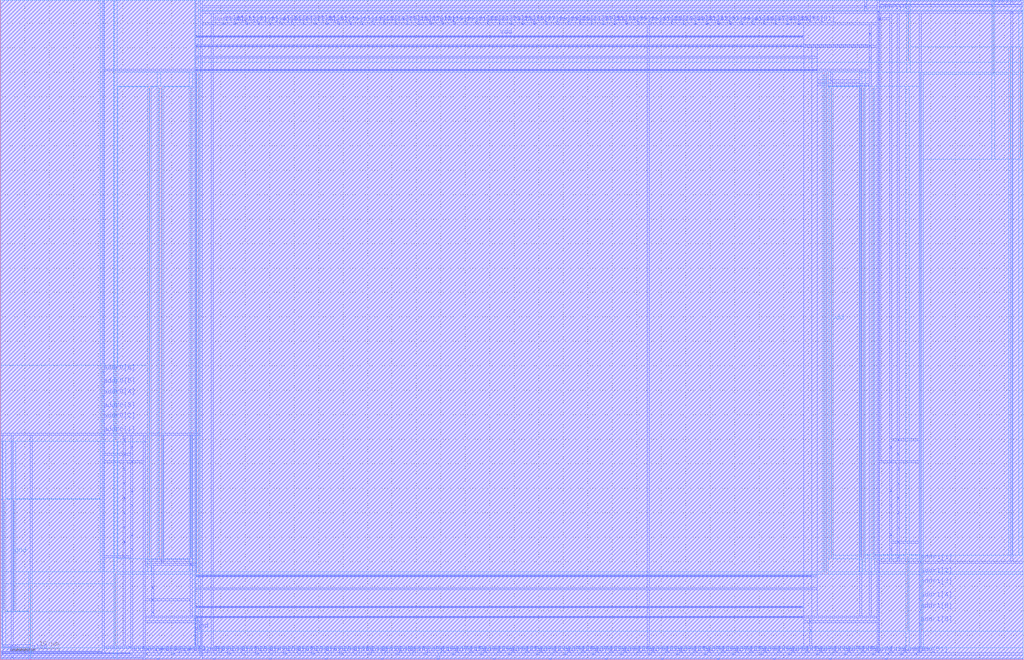
<source format=lef>
VERSION 5.4 ;
NAMESCASESENSITIVE ON ;
BUSBITCHARS "[]" ;
DIVIDERCHAR "/" ;
UNITS
  DATABASE MICRONS 2000 ;
END UNITS
MACRO freepdk45_sram_1w1r_128x52_13
   CLASS BLOCK ;
   SIZE 209.095 BY 134.78 ;
   SYMMETRY X Y R90 ;
   PIN din0[0]
      DIRECTION INPUT ;
      PORT
         LAYER metal3 ;
         RECT  41.015 1.105 41.15 1.24 ;
      END
   END din0[0]
   PIN din0[1]
      DIRECTION INPUT ;
      PORT
         LAYER metal3 ;
         RECT  43.875 1.105 44.01 1.24 ;
      END
   END din0[1]
   PIN din0[2]
      DIRECTION INPUT ;
      PORT
         LAYER metal3 ;
         RECT  46.735 1.105 46.87 1.24 ;
      END
   END din0[2]
   PIN din0[3]
      DIRECTION INPUT ;
      PORT
         LAYER metal3 ;
         RECT  49.595 1.105 49.73 1.24 ;
      END
   END din0[3]
   PIN din0[4]
      DIRECTION INPUT ;
      PORT
         LAYER metal3 ;
         RECT  52.455 1.105 52.59 1.24 ;
      END
   END din0[4]
   PIN din0[5]
      DIRECTION INPUT ;
      PORT
         LAYER metal3 ;
         RECT  55.315 1.105 55.45 1.24 ;
      END
   END din0[5]
   PIN din0[6]
      DIRECTION INPUT ;
      PORT
         LAYER metal3 ;
         RECT  58.175 1.105 58.31 1.24 ;
      END
   END din0[6]
   PIN din0[7]
      DIRECTION INPUT ;
      PORT
         LAYER metal3 ;
         RECT  61.035 1.105 61.17 1.24 ;
      END
   END din0[7]
   PIN din0[8]
      DIRECTION INPUT ;
      PORT
         LAYER metal3 ;
         RECT  63.895 1.105 64.03 1.24 ;
      END
   END din0[8]
   PIN din0[9]
      DIRECTION INPUT ;
      PORT
         LAYER metal3 ;
         RECT  66.755 1.105 66.89 1.24 ;
      END
   END din0[9]
   PIN din0[10]
      DIRECTION INPUT ;
      PORT
         LAYER metal3 ;
         RECT  69.615 1.105 69.75 1.24 ;
      END
   END din0[10]
   PIN din0[11]
      DIRECTION INPUT ;
      PORT
         LAYER metal3 ;
         RECT  72.475 1.105 72.61 1.24 ;
      END
   END din0[11]
   PIN din0[12]
      DIRECTION INPUT ;
      PORT
         LAYER metal3 ;
         RECT  75.335 1.105 75.47 1.24 ;
      END
   END din0[12]
   PIN din0[13]
      DIRECTION INPUT ;
      PORT
         LAYER metal3 ;
         RECT  78.195 1.105 78.33 1.24 ;
      END
   END din0[13]
   PIN din0[14]
      DIRECTION INPUT ;
      PORT
         LAYER metal3 ;
         RECT  81.055 1.105 81.19 1.24 ;
      END
   END din0[14]
   PIN din0[15]
      DIRECTION INPUT ;
      PORT
         LAYER metal3 ;
         RECT  83.915 1.105 84.05 1.24 ;
      END
   END din0[15]
   PIN din0[16]
      DIRECTION INPUT ;
      PORT
         LAYER metal3 ;
         RECT  86.775 1.105 86.91 1.24 ;
      END
   END din0[16]
   PIN din0[17]
      DIRECTION INPUT ;
      PORT
         LAYER metal3 ;
         RECT  89.635 1.105 89.77 1.24 ;
      END
   END din0[17]
   PIN din0[18]
      DIRECTION INPUT ;
      PORT
         LAYER metal3 ;
         RECT  92.495 1.105 92.63 1.24 ;
      END
   END din0[18]
   PIN din0[19]
      DIRECTION INPUT ;
      PORT
         LAYER metal3 ;
         RECT  95.355 1.105 95.49 1.24 ;
      END
   END din0[19]
   PIN din0[20]
      DIRECTION INPUT ;
      PORT
         LAYER metal3 ;
         RECT  98.215 1.105 98.35 1.24 ;
      END
   END din0[20]
   PIN din0[21]
      DIRECTION INPUT ;
      PORT
         LAYER metal3 ;
         RECT  101.075 1.105 101.21 1.24 ;
      END
   END din0[21]
   PIN din0[22]
      DIRECTION INPUT ;
      PORT
         LAYER metal3 ;
         RECT  103.935 1.105 104.07 1.24 ;
      END
   END din0[22]
   PIN din0[23]
      DIRECTION INPUT ;
      PORT
         LAYER metal3 ;
         RECT  106.795 1.105 106.93 1.24 ;
      END
   END din0[23]
   PIN din0[24]
      DIRECTION INPUT ;
      PORT
         LAYER metal3 ;
         RECT  109.655 1.105 109.79 1.24 ;
      END
   END din0[24]
   PIN din0[25]
      DIRECTION INPUT ;
      PORT
         LAYER metal3 ;
         RECT  112.515 1.105 112.65 1.24 ;
      END
   END din0[25]
   PIN din0[26]
      DIRECTION INPUT ;
      PORT
         LAYER metal3 ;
         RECT  115.375 1.105 115.51 1.24 ;
      END
   END din0[26]
   PIN din0[27]
      DIRECTION INPUT ;
      PORT
         LAYER metal3 ;
         RECT  118.235 1.105 118.37 1.24 ;
      END
   END din0[27]
   PIN din0[28]
      DIRECTION INPUT ;
      PORT
         LAYER metal3 ;
         RECT  121.095 1.105 121.23 1.24 ;
      END
   END din0[28]
   PIN din0[29]
      DIRECTION INPUT ;
      PORT
         LAYER metal3 ;
         RECT  123.955 1.105 124.09 1.24 ;
      END
   END din0[29]
   PIN din0[30]
      DIRECTION INPUT ;
      PORT
         LAYER metal3 ;
         RECT  126.815 1.105 126.95 1.24 ;
      END
   END din0[30]
   PIN din0[31]
      DIRECTION INPUT ;
      PORT
         LAYER metal3 ;
         RECT  129.675 1.105 129.81 1.24 ;
      END
   END din0[31]
   PIN din0[32]
      DIRECTION INPUT ;
      PORT
         LAYER metal3 ;
         RECT  132.535 1.105 132.67 1.24 ;
      END
   END din0[32]
   PIN din0[33]
      DIRECTION INPUT ;
      PORT
         LAYER metal3 ;
         RECT  135.395 1.105 135.53 1.24 ;
      END
   END din0[33]
   PIN din0[34]
      DIRECTION INPUT ;
      PORT
         LAYER metal3 ;
         RECT  138.255 1.105 138.39 1.24 ;
      END
   END din0[34]
   PIN din0[35]
      DIRECTION INPUT ;
      PORT
         LAYER metal3 ;
         RECT  141.115 1.105 141.25 1.24 ;
      END
   END din0[35]
   PIN din0[36]
      DIRECTION INPUT ;
      PORT
         LAYER metal3 ;
         RECT  143.975 1.105 144.11 1.24 ;
      END
   END din0[36]
   PIN din0[37]
      DIRECTION INPUT ;
      PORT
         LAYER metal3 ;
         RECT  146.835 1.105 146.97 1.24 ;
      END
   END din0[37]
   PIN din0[38]
      DIRECTION INPUT ;
      PORT
         LAYER metal3 ;
         RECT  149.695 1.105 149.83 1.24 ;
      END
   END din0[38]
   PIN din0[39]
      DIRECTION INPUT ;
      PORT
         LAYER metal3 ;
         RECT  152.555 1.105 152.69 1.24 ;
      END
   END din0[39]
   PIN din0[40]
      DIRECTION INPUT ;
      PORT
         LAYER metal3 ;
         RECT  155.415 1.105 155.55 1.24 ;
      END
   END din0[40]
   PIN din0[41]
      DIRECTION INPUT ;
      PORT
         LAYER metal3 ;
         RECT  158.275 1.105 158.41 1.24 ;
      END
   END din0[41]
   PIN din0[42]
      DIRECTION INPUT ;
      PORT
         LAYER metal3 ;
         RECT  161.135 1.105 161.27 1.24 ;
      END
   END din0[42]
   PIN din0[43]
      DIRECTION INPUT ;
      PORT
         LAYER metal3 ;
         RECT  163.995 1.105 164.13 1.24 ;
      END
   END din0[43]
   PIN din0[44]
      DIRECTION INPUT ;
      PORT
         LAYER metal3 ;
         RECT  166.855 1.105 166.99 1.24 ;
      END
   END din0[44]
   PIN din0[45]
      DIRECTION INPUT ;
      PORT
         LAYER metal3 ;
         RECT  169.715 1.105 169.85 1.24 ;
      END
   END din0[45]
   PIN din0[46]
      DIRECTION INPUT ;
      PORT
         LAYER metal3 ;
         RECT  172.575 1.105 172.71 1.24 ;
      END
   END din0[46]
   PIN din0[47]
      DIRECTION INPUT ;
      PORT
         LAYER metal3 ;
         RECT  175.435 1.105 175.57 1.24 ;
      END
   END din0[47]
   PIN din0[48]
      DIRECTION INPUT ;
      PORT
         LAYER metal3 ;
         RECT  178.295 1.105 178.43 1.24 ;
      END
   END din0[48]
   PIN din0[49]
      DIRECTION INPUT ;
      PORT
         LAYER metal3 ;
         RECT  181.155 1.105 181.29 1.24 ;
      END
   END din0[49]
   PIN din0[50]
      DIRECTION INPUT ;
      PORT
         LAYER metal3 ;
         RECT  184.015 1.105 184.15 1.24 ;
      END
   END din0[50]
   PIN din0[51]
      DIRECTION INPUT ;
      PORT
         LAYER metal3 ;
         RECT  186.875 1.105 187.01 1.24 ;
      END
   END din0[51]
   PIN addr0[0]
      DIRECTION INPUT ;
      PORT
         LAYER metal3 ;
         RECT  26.715 1.105 26.85 1.24 ;
      END
   END addr0[0]
   PIN addr0[1]
      DIRECTION INPUT ;
      PORT
         LAYER metal3 ;
         RECT  20.995 45.9675 21.13 46.1025 ;
      END
   END addr0[1]
   PIN addr0[2]
      DIRECTION INPUT ;
      PORT
         LAYER metal3 ;
         RECT  20.995 48.6975 21.13 48.8325 ;
      END
   END addr0[2]
   PIN addr0[3]
      DIRECTION INPUT ;
      PORT
         LAYER metal3 ;
         RECT  20.995 50.9075 21.13 51.0425 ;
      END
   END addr0[3]
   PIN addr0[4]
      DIRECTION INPUT ;
      PORT
         LAYER metal3 ;
         RECT  20.995 53.6375 21.13 53.7725 ;
      END
   END addr0[4]
   PIN addr0[5]
      DIRECTION INPUT ;
      PORT
         LAYER metal3 ;
         RECT  20.995 55.8475 21.13 55.9825 ;
      END
   END addr0[5]
   PIN addr0[6]
      DIRECTION INPUT ;
      PORT
         LAYER metal3 ;
         RECT  20.995 58.5775 21.13 58.7125 ;
      END
   END addr0[6]
   PIN addr1[0]
      DIRECTION INPUT ;
      PORT
         LAYER metal3 ;
         RECT  179.245 132.205 179.38 132.34 ;
      END
   END addr1[0]
   PIN addr1[1]
      DIRECTION INPUT ;
      PORT
         LAYER metal3 ;
         RECT  187.825 19.8375 187.96 19.9725 ;
      END
   END addr1[1]
   PIN addr1[2]
      DIRECTION INPUT ;
      PORT
         LAYER metal3 ;
         RECT  187.825 17.1075 187.96 17.2425 ;
      END
   END addr1[2]
   PIN addr1[3]
      DIRECTION INPUT ;
      PORT
         LAYER metal3 ;
         RECT  187.825 14.8975 187.96 15.0325 ;
      END
   END addr1[3]
   PIN addr1[4]
      DIRECTION INPUT ;
      PORT
         LAYER metal3 ;
         RECT  187.825 12.1675 187.96 12.3025 ;
      END
   END addr1[4]
   PIN addr1[5]
      DIRECTION INPUT ;
      PORT
         LAYER metal3 ;
         RECT  187.825 9.9575 187.96 10.0925 ;
      END
   END addr1[5]
   PIN addr1[6]
      DIRECTION INPUT ;
      PORT
         LAYER metal3 ;
         RECT  187.825 7.2275 187.96 7.3625 ;
      END
   END addr1[6]
   PIN csb0
      DIRECTION INPUT ;
      PORT
         LAYER metal3 ;
         RECT  0.285 1.3775 0.42 1.5125 ;
      END
   END csb0
   PIN csb1
      DIRECTION INPUT ;
      PORT
         LAYER metal3 ;
         RECT  208.675 133.5375 208.81 133.6725 ;
      END
   END csb1
   PIN clk0
      DIRECTION INPUT ;
      PORT
         LAYER metal3 ;
         RECT  6.2475 1.4625 6.3825 1.5975 ;
      END
   END clk0
   PIN clk1
      DIRECTION INPUT ;
      PORT
         LAYER metal3 ;
         RECT  202.5725 133.4525 202.7075 133.5875 ;
      END
   END clk1
   PIN wmask0[0]
      DIRECTION INPUT ;
      PORT
         LAYER metal3 ;
         RECT  29.575 1.105 29.71 1.24 ;
      END
   END wmask0[0]
   PIN wmask0[1]
      DIRECTION INPUT ;
      PORT
         LAYER metal3 ;
         RECT  32.435 1.105 32.57 1.24 ;
      END
   END wmask0[1]
   PIN wmask0[2]
      DIRECTION INPUT ;
      PORT
         LAYER metal3 ;
         RECT  35.295 1.105 35.43 1.24 ;
      END
   END wmask0[2]
   PIN wmask0[3]
      DIRECTION INPUT ;
      PORT
         LAYER metal3 ;
         RECT  38.155 1.105 38.29 1.24 ;
      END
   END wmask0[3]
   PIN dout1[0]
      DIRECTION OUTPUT ;
      PORT
         LAYER metal3 ;
         RECT  43.2475 129.7825 43.3825 129.9175 ;
      END
   END dout1[0]
   PIN dout1[1]
      DIRECTION OUTPUT ;
      PORT
         LAYER metal3 ;
         RECT  45.5975 129.7825 45.7325 129.9175 ;
      END
   END dout1[1]
   PIN dout1[2]
      DIRECTION OUTPUT ;
      PORT
         LAYER metal3 ;
         RECT  47.9475 129.7825 48.0825 129.9175 ;
      END
   END dout1[2]
   PIN dout1[3]
      DIRECTION OUTPUT ;
      PORT
         LAYER metal3 ;
         RECT  50.2975 129.7825 50.4325 129.9175 ;
      END
   END dout1[3]
   PIN dout1[4]
      DIRECTION OUTPUT ;
      PORT
         LAYER metal3 ;
         RECT  52.6475 129.7825 52.7825 129.9175 ;
      END
   END dout1[4]
   PIN dout1[5]
      DIRECTION OUTPUT ;
      PORT
         LAYER metal3 ;
         RECT  54.9975 129.7825 55.1325 129.9175 ;
      END
   END dout1[5]
   PIN dout1[6]
      DIRECTION OUTPUT ;
      PORT
         LAYER metal3 ;
         RECT  57.3475 129.7825 57.4825 129.9175 ;
      END
   END dout1[6]
   PIN dout1[7]
      DIRECTION OUTPUT ;
      PORT
         LAYER metal3 ;
         RECT  59.6975 129.7825 59.8325 129.9175 ;
      END
   END dout1[7]
   PIN dout1[8]
      DIRECTION OUTPUT ;
      PORT
         LAYER metal3 ;
         RECT  62.0475 129.7825 62.1825 129.9175 ;
      END
   END dout1[8]
   PIN dout1[9]
      DIRECTION OUTPUT ;
      PORT
         LAYER metal3 ;
         RECT  64.3975 129.7825 64.5325 129.9175 ;
      END
   END dout1[9]
   PIN dout1[10]
      DIRECTION OUTPUT ;
      PORT
         LAYER metal3 ;
         RECT  66.7475 129.7825 66.8825 129.9175 ;
      END
   END dout1[10]
   PIN dout1[11]
      DIRECTION OUTPUT ;
      PORT
         LAYER metal3 ;
         RECT  69.0975 129.7825 69.2325 129.9175 ;
      END
   END dout1[11]
   PIN dout1[12]
      DIRECTION OUTPUT ;
      PORT
         LAYER metal3 ;
         RECT  71.4475 129.7825 71.5825 129.9175 ;
      END
   END dout1[12]
   PIN dout1[13]
      DIRECTION OUTPUT ;
      PORT
         LAYER metal3 ;
         RECT  73.7975 129.7825 73.9325 129.9175 ;
      END
   END dout1[13]
   PIN dout1[14]
      DIRECTION OUTPUT ;
      PORT
         LAYER metal3 ;
         RECT  76.1475 129.7825 76.2825 129.9175 ;
      END
   END dout1[14]
   PIN dout1[15]
      DIRECTION OUTPUT ;
      PORT
         LAYER metal3 ;
         RECT  78.4975 129.7825 78.6325 129.9175 ;
      END
   END dout1[15]
   PIN dout1[16]
      DIRECTION OUTPUT ;
      PORT
         LAYER metal3 ;
         RECT  80.8475 129.7825 80.9825 129.9175 ;
      END
   END dout1[16]
   PIN dout1[17]
      DIRECTION OUTPUT ;
      PORT
         LAYER metal3 ;
         RECT  83.1975 129.7825 83.3325 129.9175 ;
      END
   END dout1[17]
   PIN dout1[18]
      DIRECTION OUTPUT ;
      PORT
         LAYER metal3 ;
         RECT  85.5475 129.7825 85.6825 129.9175 ;
      END
   END dout1[18]
   PIN dout1[19]
      DIRECTION OUTPUT ;
      PORT
         LAYER metal3 ;
         RECT  87.8975 129.7825 88.0325 129.9175 ;
      END
   END dout1[19]
   PIN dout1[20]
      DIRECTION OUTPUT ;
      PORT
         LAYER metal3 ;
         RECT  90.2475 129.7825 90.3825 129.9175 ;
      END
   END dout1[20]
   PIN dout1[21]
      DIRECTION OUTPUT ;
      PORT
         LAYER metal3 ;
         RECT  92.5975 129.7825 92.7325 129.9175 ;
      END
   END dout1[21]
   PIN dout1[22]
      DIRECTION OUTPUT ;
      PORT
         LAYER metal3 ;
         RECT  94.9475 129.7825 95.0825 129.9175 ;
      END
   END dout1[22]
   PIN dout1[23]
      DIRECTION OUTPUT ;
      PORT
         LAYER metal3 ;
         RECT  97.2975 129.7825 97.4325 129.9175 ;
      END
   END dout1[23]
   PIN dout1[24]
      DIRECTION OUTPUT ;
      PORT
         LAYER metal3 ;
         RECT  99.6475 129.7825 99.7825 129.9175 ;
      END
   END dout1[24]
   PIN dout1[25]
      DIRECTION OUTPUT ;
      PORT
         LAYER metal3 ;
         RECT  101.9975 129.7825 102.1325 129.9175 ;
      END
   END dout1[25]
   PIN dout1[26]
      DIRECTION OUTPUT ;
      PORT
         LAYER metal3 ;
         RECT  104.3475 129.7825 104.4825 129.9175 ;
      END
   END dout1[26]
   PIN dout1[27]
      DIRECTION OUTPUT ;
      PORT
         LAYER metal3 ;
         RECT  106.6975 129.7825 106.8325 129.9175 ;
      END
   END dout1[27]
   PIN dout1[28]
      DIRECTION OUTPUT ;
      PORT
         LAYER metal3 ;
         RECT  109.0475 129.7825 109.1825 129.9175 ;
      END
   END dout1[28]
   PIN dout1[29]
      DIRECTION OUTPUT ;
      PORT
         LAYER metal3 ;
         RECT  111.3975 129.7825 111.5325 129.9175 ;
      END
   END dout1[29]
   PIN dout1[30]
      DIRECTION OUTPUT ;
      PORT
         LAYER metal3 ;
         RECT  113.7475 129.7825 113.8825 129.9175 ;
      END
   END dout1[30]
   PIN dout1[31]
      DIRECTION OUTPUT ;
      PORT
         LAYER metal3 ;
         RECT  116.0975 129.7825 116.2325 129.9175 ;
      END
   END dout1[31]
   PIN dout1[32]
      DIRECTION OUTPUT ;
      PORT
         LAYER metal3 ;
         RECT  118.4475 129.7825 118.5825 129.9175 ;
      END
   END dout1[32]
   PIN dout1[33]
      DIRECTION OUTPUT ;
      PORT
         LAYER metal3 ;
         RECT  120.7975 129.7825 120.9325 129.9175 ;
      END
   END dout1[33]
   PIN dout1[34]
      DIRECTION OUTPUT ;
      PORT
         LAYER metal3 ;
         RECT  123.1475 129.7825 123.2825 129.9175 ;
      END
   END dout1[34]
   PIN dout1[35]
      DIRECTION OUTPUT ;
      PORT
         LAYER metal3 ;
         RECT  125.4975 129.7825 125.6325 129.9175 ;
      END
   END dout1[35]
   PIN dout1[36]
      DIRECTION OUTPUT ;
      PORT
         LAYER metal3 ;
         RECT  127.8475 129.7825 127.9825 129.9175 ;
      END
   END dout1[36]
   PIN dout1[37]
      DIRECTION OUTPUT ;
      PORT
         LAYER metal3 ;
         RECT  130.1975 129.7825 130.3325 129.9175 ;
      END
   END dout1[37]
   PIN dout1[38]
      DIRECTION OUTPUT ;
      PORT
         LAYER metal3 ;
         RECT  132.5475 129.7825 132.6825 129.9175 ;
      END
   END dout1[38]
   PIN dout1[39]
      DIRECTION OUTPUT ;
      PORT
         LAYER metal3 ;
         RECT  134.8975 129.7825 135.0325 129.9175 ;
      END
   END dout1[39]
   PIN dout1[40]
      DIRECTION OUTPUT ;
      PORT
         LAYER metal3 ;
         RECT  137.2475 129.7825 137.3825 129.9175 ;
      END
   END dout1[40]
   PIN dout1[41]
      DIRECTION OUTPUT ;
      PORT
         LAYER metal3 ;
         RECT  139.5975 129.7825 139.7325 129.9175 ;
      END
   END dout1[41]
   PIN dout1[42]
      DIRECTION OUTPUT ;
      PORT
         LAYER metal3 ;
         RECT  141.9475 129.7825 142.0825 129.9175 ;
      END
   END dout1[42]
   PIN dout1[43]
      DIRECTION OUTPUT ;
      PORT
         LAYER metal3 ;
         RECT  144.2975 129.7825 144.4325 129.9175 ;
      END
   END dout1[43]
   PIN dout1[44]
      DIRECTION OUTPUT ;
      PORT
         LAYER metal3 ;
         RECT  146.6475 129.7825 146.7825 129.9175 ;
      END
   END dout1[44]
   PIN dout1[45]
      DIRECTION OUTPUT ;
      PORT
         LAYER metal3 ;
         RECT  148.9975 129.7825 149.1325 129.9175 ;
      END
   END dout1[45]
   PIN dout1[46]
      DIRECTION OUTPUT ;
      PORT
         LAYER metal3 ;
         RECT  151.3475 129.7825 151.4825 129.9175 ;
      END
   END dout1[46]
   PIN dout1[47]
      DIRECTION OUTPUT ;
      PORT
         LAYER metal3 ;
         RECT  153.6975 129.7825 153.8325 129.9175 ;
      END
   END dout1[47]
   PIN dout1[48]
      DIRECTION OUTPUT ;
      PORT
         LAYER metal3 ;
         RECT  156.0475 129.7825 156.1825 129.9175 ;
      END
   END dout1[48]
   PIN dout1[49]
      DIRECTION OUTPUT ;
      PORT
         LAYER metal3 ;
         RECT  158.3975 129.7825 158.5325 129.9175 ;
      END
   END dout1[49]
   PIN dout1[50]
      DIRECTION OUTPUT ;
      PORT
         LAYER metal3 ;
         RECT  160.7475 129.7825 160.8825 129.9175 ;
      END
   END dout1[50]
   PIN dout1[51]
      DIRECTION OUTPUT ;
      PORT
         LAYER metal3 ;
         RECT  163.0975 129.7825 163.2325 129.9175 ;
      END
   END dout1[51]
   PIN vdd
      DIRECTION INOUT ;
      USE POWER ; 
      SHAPE ABUTMENT ; 
      PORT
         LAYER metal4 ;
         RECT  23.43 2.74 23.57 17.7 ;
         LAYER metal3 ;
         RECT  29.2925 2.47 29.4275 2.605 ;
         LAYER metal3 ;
         RECT  26.8125 40.3775 26.9475 40.5125 ;
         LAYER metal3 ;
         RECT  181.8125 40.3775 181.9475 40.5125 ;
         LAYER metal4 ;
         RECT  20.71 44.86 20.85 59.82 ;
         LAYER metal3 ;
         RECT  26.8125 31.4075 26.9475 31.5425 ;
         LAYER metal3 ;
         RECT  181.8125 22.4375 181.9475 22.5725 ;
         LAYER metal3 ;
         RECT  132.2525 2.47 132.3875 2.605 ;
         LAYER metal3 ;
         RECT  40.0625 8.685 163.9025 8.755 ;
         LAYER metal3 ;
         RECT  38.9175 19.4475 39.0525 19.5825 ;
         LAYER metal4 ;
         RECT  39.995 17.77 40.135 119.68 ;
         LAYER metal3 ;
         RECT  26.8125 22.4375 26.9475 22.5725 ;
         LAYER metal3 ;
         RECT  181.8125 25.4275 181.9475 25.5625 ;
         LAYER metal3 ;
         RECT  26.8125 25.4275 26.9475 25.5625 ;
         LAYER metal3 ;
         RECT  120.8125 2.47 120.9475 2.605 ;
         LAYER metal3 ;
         RECT  177.55 125.2075 177.685 125.3425 ;
         LAYER metal3 ;
         RECT  143.6925 2.47 143.8275 2.605 ;
         LAYER metal3 ;
         RECT  86.4925 2.47 86.6275 2.605 ;
         LAYER metal3 ;
         RECT  26.8125 43.3675 26.9475 43.5025 ;
         LAYER metal3 ;
         RECT  155.1325 2.47 155.2675 2.605 ;
         LAYER metal3 ;
         RECT  75.0525 2.47 75.1875 2.605 ;
         LAYER metal3 ;
         RECT  181.8125 43.3675 181.9475 43.5025 ;
         LAYER metal3 ;
         RECT  178.0125 2.47 178.1475 2.605 ;
         LAYER metal3 ;
         RECT  2.425 2.7425 2.56 2.8775 ;
         LAYER metal4 ;
         RECT  38.915 20.94 39.055 116.76 ;
         LAYER metal4 ;
         RECT  168.625 17.77 168.765 119.68 ;
         LAYER metal3 ;
         RECT  40.0625 120.375 166.7225 120.445 ;
         LAYER metal3 ;
         RECT  32.985 20.235 33.12 20.37 ;
         LAYER metal4 ;
         RECT  185.385 122.29 185.525 132.31 ;
         LAYER metal4 ;
         RECT  188.105 6.12 188.245 21.08 ;
         LAYER metal3 ;
         RECT  26.4325 2.47 26.5675 2.605 ;
         LAYER metal3 ;
         RECT  181.8125 31.4075 181.9475 31.5425 ;
         LAYER metal3 ;
         RECT  109.3725 2.47 109.5075 2.605 ;
         LAYER metal3 ;
         RECT  206.535 132.1725 206.67 132.3075 ;
         LAYER metal4 ;
         RECT  208.2675 102.53 208.4075 124.9325 ;
         LAYER metal3 ;
         RECT  52.1725 2.47 52.3075 2.605 ;
         LAYER metal3 ;
         RECT  31.075 12.1775 31.21 12.3125 ;
         LAYER metal4 ;
         RECT  32.365 20.94 32.505 116.83 ;
         LAYER metal3 ;
         RECT  166.5725 2.47 166.7075 2.605 ;
         LAYER metal3 ;
         RECT  97.9325 2.47 98.0675 2.605 ;
         LAYER metal3 ;
         RECT  165.4125 7.7175 165.5475 7.8525 ;
         LAYER metal3 ;
         RECT  179.5275 130.84 179.6625 130.975 ;
         LAYER metal4 ;
         RECT  0.6875 10.1175 0.8275 32.52 ;
         LAYER metal4 ;
         RECT  176.255 20.94 176.395 116.83 ;
         LAYER metal3 ;
         RECT  26.8125 34.3975 26.9475 34.5325 ;
         LAYER metal3 ;
         RECT  40.7325 2.47 40.8675 2.605 ;
         LAYER metal4 ;
         RECT  169.705 20.94 169.845 116.76 ;
         LAYER metal3 ;
         RECT  175.64 117.33 175.775 117.465 ;
         LAYER metal3 ;
         RECT  181.8125 34.3975 181.9475 34.5325 ;
         LAYER metal3 ;
         RECT  63.6125 2.47 63.7475 2.605 ;
         LAYER metal3 ;
         RECT  39.9275 7.7175 40.0625 7.8525 ;
         LAYER metal3 ;
         RECT  40.0625 17.075 165.5475 17.145 ;
         LAYER metal3 ;
         RECT  169.7075 118.1175 169.8425 118.2525 ;
         LAYER metal3 ;
         RECT  40.0625 127.2275 163.9025 127.2975 ;
      END
   END vdd
   PIN gnd
      DIRECTION INOUT ;
      USE GROUND ; 
      SHAPE ABUTMENT ; 
      PORT
         LAYER metal3 ;
         RECT  177.55 122.7375 177.685 122.8725 ;
         LAYER metal4 ;
         RECT  202.71 119.82 202.85 134.78 ;
         LAYER metal3 ;
         RECT  25.285 20.9425 25.42 21.0775 ;
         LAYER metal3 ;
         RECT  25.285 41.8725 25.42 42.0075 ;
         LAYER metal3 ;
         RECT  29.2925 0.0 29.4275 0.135 ;
         LAYER metal3 ;
         RECT  89.3525 0.0 89.4875 0.135 ;
         LAYER metal3 ;
         RECT  112.2325 0.0 112.3675 0.135 ;
         LAYER metal3 ;
         RECT  25.285 35.8925 25.42 36.0275 ;
         LAYER metal3 ;
         RECT  165.4125 5.8975 165.5475 6.0325 ;
         LAYER metal3 ;
         RECT  123.6725 0.0 123.8075 0.135 ;
         LAYER metal4 ;
         RECT  6.105 0.27 6.245 15.23 ;
         LAYER metal3 ;
         RECT  31.075 9.7075 31.21 9.8425 ;
         LAYER metal3 ;
         RECT  183.34 23.9325 183.475 24.0675 ;
         LAYER metal3 ;
         RECT  146.5525 0.0 146.6875 0.135 ;
         LAYER metal3 ;
         RECT  183.34 26.9225 183.475 27.0575 ;
         LAYER metal4 ;
         RECT  206.205 102.4975 206.345 124.9 ;
         LAYER metal3 ;
         RECT  40.0625 14.455 165.58 14.525 ;
         LAYER metal3 ;
         RECT  66.4725 0.0 66.6075 0.135 ;
         LAYER metal3 ;
         RECT  183.34 38.8825 183.475 39.0175 ;
         LAYER metal3 ;
         RECT  25.285 29.9125 25.42 30.0475 ;
         LAYER metal3 ;
         RECT  183.34 44.8625 183.475 44.9975 ;
         LAYER metal3 ;
         RECT  177.55 127.6775 177.685 127.8125 ;
         LAYER metal3 ;
         RECT  25.285 23.9325 25.42 24.0675 ;
         LAYER metal3 ;
         RECT  169.4325 0.0 169.5675 0.135 ;
         LAYER metal3 ;
         RECT  25.285 32.9025 25.42 33.0375 ;
         LAYER metal3 ;
         RECT  2.425 0.2725 2.56 0.4075 ;
         LAYER metal3 ;
         RECT  25.285 38.8825 25.42 39.0175 ;
         LAYER metal3 ;
         RECT  40.0625 122.995 165.58 123.065 ;
         LAYER metal4 ;
         RECT  30.43 20.9075 30.57 116.83 ;
         LAYER metal3 ;
         RECT  43.5925 0.0 43.7275 0.135 ;
         LAYER metal3 ;
         RECT  183.34 20.9425 183.475 21.0775 ;
         LAYER metal3 ;
         RECT  183.34 32.9025 183.475 33.0375 ;
         LAYER metal3 ;
         RECT  32.1525 0.0 32.2875 0.135 ;
         LAYER metal3 ;
         RECT  40.0625 125.335 163.9375 125.405 ;
         LAYER metal3 ;
         RECT  77.9125 0.0 78.0475 0.135 ;
         LAYER metal4 ;
         RECT  185.245 6.055 185.385 21.145 ;
         LAYER metal3 ;
         RECT  55.0325 0.0 55.1675 0.135 ;
         LAYER metal3 ;
         RECT  183.34 41.8725 183.475 42.0075 ;
         LAYER metal4 ;
         RECT  168.165 17.77 168.305 119.68 ;
         LAYER metal4 ;
         RECT  178.19 20.9075 178.33 116.83 ;
         LAYER metal3 ;
         RECT  176.6675 133.31 176.8025 133.445 ;
         LAYER metal3 ;
         RECT  206.535 134.6425 206.67 134.7775 ;
         LAYER metal3 ;
         RECT  25.285 44.8625 25.42 44.9975 ;
         LAYER metal3 ;
         RECT  25.285 26.9225 25.42 27.0575 ;
         LAYER metal4 ;
         RECT  32.925 20.9075 33.065 116.7925 ;
         LAYER metal3 ;
         RECT  135.1125 0.0 135.2475 0.135 ;
         LAYER metal4 ;
         RECT  40.455 17.77 40.595 119.68 ;
         LAYER metal3 ;
         RECT  40.0625 10.735 163.9025 10.805 ;
         LAYER metal3 ;
         RECT  180.8725 0.0 181.0075 0.135 ;
         LAYER metal3 ;
         RECT  183.34 29.9125 183.475 30.0475 ;
         LAYER metal4 ;
         RECT  175.695 20.9075 175.835 116.7925 ;
         LAYER metal3 ;
         RECT  31.075 14.6475 31.21 14.7825 ;
         LAYER metal4 ;
         RECT  23.57 44.795 23.71 59.885 ;
         LAYER metal3 ;
         RECT  157.9925 0.0 158.1275 0.135 ;
         LAYER metal4 ;
         RECT  2.75 10.15 2.89 32.5525 ;
         LAYER metal3 ;
         RECT  183.34 35.8925 183.475 36.0275 ;
         LAYER metal3 ;
         RECT  100.7925 0.0 100.9275 0.135 ;
         LAYER metal3 ;
         RECT  39.9275 5.8975 40.0625 6.0325 ;
      END
   END gnd
   OBS
   LAYER  metal1 ;
      RECT  0.14 0.14 208.955 134.64 ;
   LAYER  metal2 ;
      RECT  0.14 0.14 208.955 134.64 ;
   LAYER  metal3 ;
      RECT  40.875 0.14 41.29 0.965 ;
      RECT  41.29 0.965 43.735 1.38 ;
      RECT  44.15 0.965 46.595 1.38 ;
      RECT  47.01 0.965 49.455 1.38 ;
      RECT  49.87 0.965 52.315 1.38 ;
      RECT  52.73 0.965 55.175 1.38 ;
      RECT  55.59 0.965 58.035 1.38 ;
      RECT  58.45 0.965 60.895 1.38 ;
      RECT  61.31 0.965 63.755 1.38 ;
      RECT  64.17 0.965 66.615 1.38 ;
      RECT  67.03 0.965 69.475 1.38 ;
      RECT  69.89 0.965 72.335 1.38 ;
      RECT  72.75 0.965 75.195 1.38 ;
      RECT  75.61 0.965 78.055 1.38 ;
      RECT  78.47 0.965 80.915 1.38 ;
      RECT  81.33 0.965 83.775 1.38 ;
      RECT  84.19 0.965 86.635 1.38 ;
      RECT  87.05 0.965 89.495 1.38 ;
      RECT  89.91 0.965 92.355 1.38 ;
      RECT  92.77 0.965 95.215 1.38 ;
      RECT  95.63 0.965 98.075 1.38 ;
      RECT  98.49 0.965 100.935 1.38 ;
      RECT  101.35 0.965 103.795 1.38 ;
      RECT  104.21 0.965 106.655 1.38 ;
      RECT  107.07 0.965 109.515 1.38 ;
      RECT  109.93 0.965 112.375 1.38 ;
      RECT  112.79 0.965 115.235 1.38 ;
      RECT  115.65 0.965 118.095 1.38 ;
      RECT  118.51 0.965 120.955 1.38 ;
      RECT  121.37 0.965 123.815 1.38 ;
      RECT  124.23 0.965 126.675 1.38 ;
      RECT  127.09 0.965 129.535 1.38 ;
      RECT  129.95 0.965 132.395 1.38 ;
      RECT  132.81 0.965 135.255 1.38 ;
      RECT  135.67 0.965 138.115 1.38 ;
      RECT  138.53 0.965 140.975 1.38 ;
      RECT  141.39 0.965 143.835 1.38 ;
      RECT  144.25 0.965 146.695 1.38 ;
      RECT  147.11 0.965 149.555 1.38 ;
      RECT  149.97 0.965 152.415 1.38 ;
      RECT  152.83 0.965 155.275 1.38 ;
      RECT  155.69 0.965 158.135 1.38 ;
      RECT  158.55 0.965 160.995 1.38 ;
      RECT  161.41 0.965 163.855 1.38 ;
      RECT  164.27 0.965 166.715 1.38 ;
      RECT  167.13 0.965 169.575 1.38 ;
      RECT  169.99 0.965 172.435 1.38 ;
      RECT  172.85 0.965 175.295 1.38 ;
      RECT  175.71 0.965 178.155 1.38 ;
      RECT  178.57 0.965 181.015 1.38 ;
      RECT  181.43 0.965 183.875 1.38 ;
      RECT  184.29 0.965 186.735 1.38 ;
      RECT  187.15 0.965 208.955 1.38 ;
      RECT  0.14 45.8275 20.855 46.2425 ;
      RECT  0.14 46.2425 20.855 134.64 ;
      RECT  20.855 1.38 21.27 45.8275 ;
      RECT  21.27 45.8275 40.875 46.2425 ;
      RECT  20.855 46.2425 21.27 48.5575 ;
      RECT  20.855 48.9725 21.27 50.7675 ;
      RECT  20.855 51.1825 21.27 53.4975 ;
      RECT  20.855 53.9125 21.27 55.7075 ;
      RECT  20.855 56.1225 21.27 58.4375 ;
      RECT  20.855 58.8525 21.27 134.64 ;
      RECT  41.29 132.065 179.105 132.48 ;
      RECT  179.105 132.48 179.52 134.64 ;
      RECT  179.52 1.38 187.685 19.6975 ;
      RECT  179.52 19.6975 187.685 20.1125 ;
      RECT  187.685 20.1125 188.1 132.065 ;
      RECT  188.1 1.38 208.955 19.6975 ;
      RECT  188.1 19.6975 208.955 20.1125 ;
      RECT  187.685 17.3825 188.1 19.6975 ;
      RECT  187.685 15.1725 188.1 16.9675 ;
      RECT  187.685 12.4425 188.1 14.7575 ;
      RECT  187.685 10.2325 188.1 12.0275 ;
      RECT  187.685 1.38 188.1 7.0875 ;
      RECT  187.685 7.5025 188.1 9.8175 ;
      RECT  0.14 0.965 0.145 1.2375 ;
      RECT  0.14 1.2375 0.145 1.38 ;
      RECT  0.145 0.965 0.56 1.2375 ;
      RECT  0.56 0.965 26.575 1.2375 ;
      RECT  0.14 1.38 0.145 1.6525 ;
      RECT  0.14 1.6525 0.145 45.8275 ;
      RECT  0.145 1.6525 0.56 45.8275 ;
      RECT  208.535 132.48 208.95 133.3975 ;
      RECT  208.535 133.8125 208.95 134.64 ;
      RECT  208.95 132.48 208.955 133.3975 ;
      RECT  208.95 133.3975 208.955 133.8125 ;
      RECT  208.95 133.8125 208.955 134.64 ;
      RECT  0.56 1.2375 6.1075 1.3225 ;
      RECT  0.56 1.3225 6.1075 1.38 ;
      RECT  6.1075 1.2375 6.5225 1.3225 ;
      RECT  6.5225 1.2375 26.575 1.3225 ;
      RECT  6.5225 1.3225 26.575 1.38 ;
      RECT  0.56 1.38 6.1075 1.6525 ;
      RECT  6.5225 1.38 20.855 1.6525 ;
      RECT  0.56 1.6525 6.1075 1.7375 ;
      RECT  6.1075 1.7375 6.5225 45.8275 ;
      RECT  6.5225 1.6525 20.855 1.7375 ;
      RECT  6.5225 1.7375 20.855 45.8275 ;
      RECT  179.52 132.48 202.4325 133.3125 ;
      RECT  179.52 133.3125 202.4325 133.3975 ;
      RECT  202.4325 132.48 202.8475 133.3125 ;
      RECT  202.8475 132.48 208.535 133.3125 ;
      RECT  202.8475 133.3125 208.535 133.3975 ;
      RECT  179.52 133.3975 202.4325 133.7275 ;
      RECT  179.52 133.7275 202.4325 133.8125 ;
      RECT  202.4325 133.7275 202.8475 133.8125 ;
      RECT  202.8475 133.3975 208.535 133.7275 ;
      RECT  202.8475 133.7275 208.535 133.8125 ;
      RECT  26.99 0.965 29.435 1.38 ;
      RECT  29.85 0.965 32.295 1.38 ;
      RECT  32.71 0.965 35.155 1.38 ;
      RECT  35.57 0.965 38.015 1.38 ;
      RECT  38.43 0.965 40.875 1.38 ;
      RECT  41.29 129.6425 43.1075 130.0575 ;
      RECT  41.29 130.0575 43.1075 132.065 ;
      RECT  43.1075 130.0575 43.5225 132.065 ;
      RECT  43.5225 130.0575 179.105 132.065 ;
      RECT  43.5225 129.6425 45.4575 130.0575 ;
      RECT  45.8725 129.6425 47.8075 130.0575 ;
      RECT  48.2225 129.6425 50.1575 130.0575 ;
      RECT  50.5725 129.6425 52.5075 130.0575 ;
      RECT  52.9225 129.6425 54.8575 130.0575 ;
      RECT  55.2725 129.6425 57.2075 130.0575 ;
      RECT  57.6225 129.6425 59.5575 130.0575 ;
      RECT  59.9725 129.6425 61.9075 130.0575 ;
      RECT  62.3225 129.6425 64.2575 130.0575 ;
      RECT  64.6725 129.6425 66.6075 130.0575 ;
      RECT  67.0225 129.6425 68.9575 130.0575 ;
      RECT  69.3725 129.6425 71.3075 130.0575 ;
      RECT  71.7225 129.6425 73.6575 130.0575 ;
      RECT  74.0725 129.6425 76.0075 130.0575 ;
      RECT  76.4225 129.6425 78.3575 130.0575 ;
      RECT  78.7725 129.6425 80.7075 130.0575 ;
      RECT  81.1225 129.6425 83.0575 130.0575 ;
      RECT  83.4725 129.6425 85.4075 130.0575 ;
      RECT  85.8225 129.6425 87.7575 130.0575 ;
      RECT  88.1725 129.6425 90.1075 130.0575 ;
      RECT  90.5225 129.6425 92.4575 130.0575 ;
      RECT  92.8725 129.6425 94.8075 130.0575 ;
      RECT  95.2225 129.6425 97.1575 130.0575 ;
      RECT  97.5725 129.6425 99.5075 130.0575 ;
      RECT  99.9225 129.6425 101.8575 130.0575 ;
      RECT  102.2725 129.6425 104.2075 130.0575 ;
      RECT  104.6225 129.6425 106.5575 130.0575 ;
      RECT  106.9725 129.6425 108.9075 130.0575 ;
      RECT  109.3225 129.6425 111.2575 130.0575 ;
      RECT  111.6725 129.6425 113.6075 130.0575 ;
      RECT  114.0225 129.6425 115.9575 130.0575 ;
      RECT  116.3725 129.6425 118.3075 130.0575 ;
      RECT  118.7225 129.6425 120.6575 130.0575 ;
      RECT  121.0725 129.6425 123.0075 130.0575 ;
      RECT  123.4225 129.6425 125.3575 130.0575 ;
      RECT  125.7725 129.6425 127.7075 130.0575 ;
      RECT  128.1225 129.6425 130.0575 130.0575 ;
      RECT  130.4725 129.6425 132.4075 130.0575 ;
      RECT  132.8225 129.6425 134.7575 130.0575 ;
      RECT  135.1725 129.6425 137.1075 130.0575 ;
      RECT  137.5225 129.6425 139.4575 130.0575 ;
      RECT  139.8725 129.6425 141.8075 130.0575 ;
      RECT  142.2225 129.6425 144.1575 130.0575 ;
      RECT  144.5725 129.6425 146.5075 130.0575 ;
      RECT  146.9225 129.6425 148.8575 130.0575 ;
      RECT  149.2725 129.6425 151.2075 130.0575 ;
      RECT  151.6225 129.6425 153.5575 130.0575 ;
      RECT  153.9725 129.6425 155.9075 130.0575 ;
      RECT  156.3225 129.6425 158.2575 130.0575 ;
      RECT  158.6725 129.6425 160.6075 130.0575 ;
      RECT  161.0225 129.6425 162.9575 130.0575 ;
      RECT  163.3725 129.6425 179.105 130.0575 ;
      RECT  21.27 1.38 29.1525 2.33 ;
      RECT  29.1525 1.38 29.5675 2.33 ;
      RECT  29.1525 2.745 29.5675 45.8275 ;
      RECT  29.5675 1.38 40.875 2.33 ;
      RECT  21.27 40.2375 26.6725 40.6525 ;
      RECT  27.0875 2.745 29.1525 40.2375 ;
      RECT  27.0875 40.2375 29.1525 40.6525 ;
      RECT  27.0875 40.6525 29.1525 45.8275 ;
      RECT  179.52 20.1125 181.6725 40.2375 ;
      RECT  179.52 40.2375 181.6725 40.6525 ;
      RECT  182.0875 40.2375 187.685 40.6525 ;
      RECT  181.6725 20.1125 182.0875 22.2975 ;
      RECT  43.5225 1.38 132.1125 2.33 ;
      RECT  132.1125 1.38 132.5275 2.33 ;
      RECT  132.5275 1.38 179.105 2.33 ;
      RECT  41.29 1.38 43.1075 8.545 ;
      RECT  43.1075 1.38 43.5225 8.545 ;
      RECT  29.5675 8.545 39.9225 8.895 ;
      RECT  43.5225 2.745 132.1125 8.545 ;
      RECT  132.1125 2.745 132.5275 8.545 ;
      RECT  132.5275 2.745 164.0425 8.545 ;
      RECT  164.0425 8.545 179.105 8.895 ;
      RECT  29.5675 19.3075 38.7775 19.7225 ;
      RECT  38.7775 8.895 39.1925 19.3075 ;
      RECT  38.7775 19.7225 39.1925 45.8275 ;
      RECT  39.1925 8.895 39.9225 19.3075 ;
      RECT  39.1925 19.3075 39.9225 19.7225 ;
      RECT  39.1925 19.7225 39.9225 45.8275 ;
      RECT  26.6725 2.745 27.0875 22.2975 ;
      RECT  181.6725 22.7125 182.0875 25.2875 ;
      RECT  26.6725 22.7125 27.0875 25.2875 ;
      RECT  26.6725 25.7025 27.0875 31.2675 ;
      RECT  121.0875 2.33 132.1125 2.745 ;
      RECT  177.825 8.895 179.105 125.0675 ;
      RECT  177.825 125.0675 179.105 125.4825 ;
      RECT  177.825 125.4825 179.105 129.6425 ;
      RECT  132.5275 2.33 143.5525 2.745 ;
      RECT  26.6725 40.6525 27.0875 43.2275 ;
      RECT  26.6725 43.6425 27.0875 45.8275 ;
      RECT  143.9675 2.33 154.9925 2.745 ;
      RECT  75.3275 2.33 86.3525 2.745 ;
      RECT  181.6725 40.6525 182.0875 43.2275 ;
      RECT  181.6725 43.6425 182.0875 132.065 ;
      RECT  178.2875 2.33 179.105 2.745 ;
      RECT  0.56 1.7375 2.285 2.6025 ;
      RECT  0.56 2.6025 2.285 3.0175 ;
      RECT  0.56 3.0175 2.285 45.8275 ;
      RECT  2.285 1.7375 2.7 2.6025 ;
      RECT  2.285 3.0175 2.7 45.8275 ;
      RECT  2.7 1.7375 6.1075 2.6025 ;
      RECT  2.7 2.6025 6.1075 3.0175 ;
      RECT  2.7 3.0175 6.1075 45.8275 ;
      RECT  21.27 46.2425 39.9225 120.235 ;
      RECT  21.27 120.235 39.9225 120.585 ;
      RECT  21.27 120.585 39.9225 134.64 ;
      RECT  39.9225 46.2425 40.875 120.235 ;
      RECT  166.8625 120.235 177.41 120.585 ;
      RECT  166.8625 120.585 177.41 125.0675 ;
      RECT  29.5675 19.7225 32.845 20.095 ;
      RECT  29.5675 20.095 32.845 20.51 ;
      RECT  29.5675 20.51 32.845 45.8275 ;
      RECT  32.845 19.7225 33.26 20.095 ;
      RECT  32.845 20.51 33.26 45.8275 ;
      RECT  33.26 19.7225 38.7775 20.095 ;
      RECT  33.26 20.095 38.7775 20.51 ;
      RECT  33.26 20.51 38.7775 45.8275 ;
      RECT  21.27 2.33 26.2925 2.745 ;
      RECT  26.7075 2.33 29.1525 2.745 ;
      RECT  181.6725 25.7025 182.0875 31.2675 ;
      RECT  109.6475 2.33 120.6725 2.745 ;
      RECT  179.52 132.065 206.395 132.4475 ;
      RECT  179.52 132.4475 206.395 132.48 ;
      RECT  206.395 132.4475 206.81 132.48 ;
      RECT  206.81 132.065 208.955 132.4475 ;
      RECT  206.81 132.4475 208.955 132.48 ;
      RECT  188.1 20.1125 206.395 132.0325 ;
      RECT  188.1 132.0325 206.395 132.065 ;
      RECT  206.395 20.1125 206.81 132.0325 ;
      RECT  206.81 20.1125 208.955 132.0325 ;
      RECT  206.81 132.0325 208.955 132.065 ;
      RECT  43.5225 2.33 52.0325 2.745 ;
      RECT  29.5675 8.895 30.935 12.0375 ;
      RECT  29.5675 12.0375 30.935 12.4525 ;
      RECT  29.5675 12.4525 30.935 19.3075 ;
      RECT  31.35 8.895 38.7775 12.0375 ;
      RECT  31.35 12.0375 38.7775 12.4525 ;
      RECT  31.35 12.4525 38.7775 19.3075 ;
      RECT  155.4075 2.33 166.4325 2.745 ;
      RECT  166.8475 2.33 177.8725 2.745 ;
      RECT  86.7675 2.33 97.7925 2.745 ;
      RECT  98.2075 2.33 109.2325 2.745 ;
      RECT  164.0425 2.745 165.2725 7.5775 ;
      RECT  164.0425 7.5775 165.2725 7.9925 ;
      RECT  164.0425 7.9925 165.2725 8.545 ;
      RECT  165.2725 7.9925 165.6875 8.545 ;
      RECT  165.6875 2.745 179.105 7.5775 ;
      RECT  165.6875 7.5775 179.105 7.9925 ;
      RECT  165.6875 7.9925 179.105 8.545 ;
      RECT  179.105 1.38 179.3875 130.7 ;
      RECT  179.105 130.7 179.3875 131.115 ;
      RECT  179.105 131.115 179.3875 132.065 ;
      RECT  179.3875 1.38 179.52 130.7 ;
      RECT  179.3875 131.115 179.52 132.065 ;
      RECT  179.52 40.6525 179.8025 130.7 ;
      RECT  179.52 131.115 179.8025 132.065 ;
      RECT  179.8025 40.6525 181.6725 130.7 ;
      RECT  179.8025 130.7 181.6725 131.115 ;
      RECT  179.8025 131.115 181.6725 132.065 ;
      RECT  26.6725 31.6825 27.0875 34.2575 ;
      RECT  26.6725 34.6725 27.0875 40.2375 ;
      RECT  29.5675 2.33 40.5925 2.745 ;
      RECT  40.875 1.38 41.0075 2.33 ;
      RECT  40.875 2.745 41.0075 8.545 ;
      RECT  41.0075 1.38 41.29 2.33 ;
      RECT  41.0075 2.33 41.29 2.745 ;
      RECT  41.0075 2.745 41.29 8.545 ;
      RECT  166.8625 8.895 175.5 117.19 ;
      RECT  166.8625 117.19 175.5 117.605 ;
      RECT  175.5 8.895 175.915 117.19 ;
      RECT  175.5 117.605 175.915 120.235 ;
      RECT  175.915 8.895 177.41 117.19 ;
      RECT  175.915 117.19 177.41 117.605 ;
      RECT  175.915 117.605 177.41 120.235 ;
      RECT  181.6725 31.6825 182.0875 34.2575 ;
      RECT  181.6725 34.6725 182.0875 40.2375 ;
      RECT  52.4475 2.33 63.4725 2.745 ;
      RECT  63.8875 2.33 74.9125 2.745 ;
      RECT  29.5675 2.745 39.7875 7.5775 ;
      RECT  29.5675 7.5775 39.7875 7.9925 ;
      RECT  29.5675 7.9925 39.7875 8.545 ;
      RECT  39.7875 7.9925 39.9225 8.545 ;
      RECT  39.9225 7.9925 40.2025 8.545 ;
      RECT  40.2025 2.745 40.875 7.5775 ;
      RECT  40.2025 7.5775 40.875 7.9925 ;
      RECT  40.2025 7.9925 40.875 8.545 ;
      RECT  39.9225 17.285 40.875 45.8275 ;
      RECT  40.875 17.285 41.29 120.235 ;
      RECT  41.29 17.285 43.1075 120.235 ;
      RECT  43.1075 17.285 43.5225 120.235 ;
      RECT  43.5225 17.285 132.1125 120.235 ;
      RECT  132.1125 17.285 132.5275 120.235 ;
      RECT  132.5275 17.285 164.0425 120.235 ;
      RECT  164.0425 17.285 165.6875 120.235 ;
      RECT  165.6875 16.935 166.8625 17.285 ;
      RECT  165.6875 17.285 166.8625 120.235 ;
      RECT  166.8625 117.605 169.5675 117.9775 ;
      RECT  166.8625 117.9775 169.5675 118.3925 ;
      RECT  166.8625 118.3925 169.5675 120.235 ;
      RECT  169.5675 117.605 169.9825 117.9775 ;
      RECT  169.5675 118.3925 169.9825 120.235 ;
      RECT  169.9825 117.605 175.5 117.9775 ;
      RECT  169.9825 117.9775 175.5 118.3925 ;
      RECT  169.9825 118.3925 175.5 120.235 ;
      RECT  39.9225 127.4375 40.875 134.64 ;
      RECT  40.875 127.4375 41.29 134.64 ;
      RECT  41.29 127.4375 43.1075 129.6425 ;
      RECT  43.1075 127.4375 43.5225 129.6425 ;
      RECT  43.5225 127.4375 132.1125 129.6425 ;
      RECT  132.1125 127.4375 132.5275 129.6425 ;
      RECT  132.5275 127.4375 164.0425 129.6425 ;
      RECT  177.41 8.895 177.825 122.5975 ;
      RECT  177.41 123.0125 177.825 125.0675 ;
      RECT  21.27 2.745 25.145 20.8025 ;
      RECT  21.27 20.8025 25.145 21.2175 ;
      RECT  21.27 21.2175 25.145 40.2375 ;
      RECT  25.145 2.745 25.56 20.8025 ;
      RECT  25.56 2.745 26.6725 20.8025 ;
      RECT  25.56 20.8025 26.6725 21.2175 ;
      RECT  25.56 21.2175 26.6725 40.2375 ;
      RECT  21.27 40.6525 25.145 41.7325 ;
      RECT  21.27 41.7325 25.145 42.1475 ;
      RECT  21.27 42.1475 25.145 45.8275 ;
      RECT  25.145 40.6525 25.56 41.7325 ;
      RECT  25.56 40.6525 26.6725 41.7325 ;
      RECT  25.56 41.7325 26.6725 42.1475 ;
      RECT  25.56 42.1475 26.6725 45.8275 ;
      RECT  29.1525 0.275 29.5675 0.965 ;
      RECT  29.5675 0.275 40.875 0.965 ;
      RECT  41.29 0.275 89.2125 0.965 ;
      RECT  89.2125 0.275 89.6275 0.965 ;
      RECT  89.6275 0.275 208.955 0.965 ;
      RECT  165.2725 2.745 165.6875 5.7575 ;
      RECT  165.2725 6.1725 165.6875 7.5775 ;
      RECT  112.5075 0.14 123.5325 0.275 ;
      RECT  30.935 8.895 31.35 9.5675 ;
      RECT  30.935 9.9825 31.35 12.0375 ;
      RECT  182.0875 20.1125 183.2 23.7925 ;
      RECT  182.0875 23.7925 183.2 24.2075 ;
      RECT  182.0875 24.2075 183.2 40.2375 ;
      RECT  183.615 20.1125 187.685 23.7925 ;
      RECT  183.615 23.7925 187.685 24.2075 ;
      RECT  183.615 24.2075 187.685 40.2375 ;
      RECT  183.2 24.2075 183.615 26.7825 ;
      RECT  39.9225 14.665 40.875 16.935 ;
      RECT  40.875 14.665 41.29 16.935 ;
      RECT  41.29 14.665 43.1075 16.935 ;
      RECT  43.1075 14.665 43.5225 16.935 ;
      RECT  43.5225 14.665 132.1125 16.935 ;
      RECT  132.1125 14.665 132.5275 16.935 ;
      RECT  132.5275 14.665 164.0425 16.935 ;
      RECT  164.0425 8.895 165.6875 14.315 ;
      RECT  164.0425 14.665 165.6875 16.935 ;
      RECT  165.6875 8.895 165.72 14.315 ;
      RECT  165.6875 14.665 165.72 16.935 ;
      RECT  165.72 8.895 166.8625 14.315 ;
      RECT  165.72 14.315 166.8625 14.665 ;
      RECT  165.72 14.665 166.8625 16.935 ;
      RECT  183.2 39.1575 183.615 40.2375 ;
      RECT  182.0875 40.6525 183.2 44.7225 ;
      RECT  182.0875 44.7225 183.2 45.1375 ;
      RECT  182.0875 45.1375 183.2 132.065 ;
      RECT  183.2 45.1375 183.615 132.065 ;
      RECT  183.615 40.6525 187.685 44.7225 ;
      RECT  183.615 44.7225 187.685 45.1375 ;
      RECT  183.615 45.1375 187.685 132.065 ;
      RECT  177.41 125.4825 177.825 127.5375 ;
      RECT  177.41 127.9525 177.825 129.6425 ;
      RECT  25.145 21.2175 25.56 23.7925 ;
      RECT  25.145 30.1875 25.56 32.7625 ;
      RECT  25.145 33.1775 25.56 35.7525 ;
      RECT  0.14 0.14 2.285 0.275 ;
      RECT  2.7 0.14 29.1525 0.275 ;
      RECT  0.14 0.275 2.285 0.5475 ;
      RECT  0.14 0.5475 2.285 0.965 ;
      RECT  2.285 0.5475 2.7 0.965 ;
      RECT  2.7 0.275 29.1525 0.5475 ;
      RECT  2.7 0.5475 29.1525 0.965 ;
      RECT  25.145 36.1675 25.56 38.7425 ;
      RECT  25.145 39.1575 25.56 40.2375 ;
      RECT  164.0425 120.585 165.72 122.855 ;
      RECT  164.0425 123.205 165.72 125.0675 ;
      RECT  165.72 120.585 166.8625 122.855 ;
      RECT  165.72 122.855 166.8625 123.205 ;
      RECT  165.72 123.205 166.8625 125.0675 ;
      RECT  39.9225 120.585 40.875 122.855 ;
      RECT  40.875 120.585 41.29 122.855 ;
      RECT  41.29 120.585 43.1075 122.855 ;
      RECT  43.1075 120.585 43.5225 122.855 ;
      RECT  43.5225 120.585 132.1125 122.855 ;
      RECT  132.1125 120.585 132.5275 122.855 ;
      RECT  132.5275 120.585 164.0425 122.855 ;
      RECT  41.29 0.14 43.4525 0.275 ;
      RECT  183.2 20.1125 183.615 20.8025 ;
      RECT  183.2 21.2175 183.615 23.7925 ;
      RECT  29.5675 0.14 32.0125 0.275 ;
      RECT  32.4275 0.14 40.875 0.275 ;
      RECT  164.0425 125.0675 164.0775 125.195 ;
      RECT  164.0775 125.0675 177.41 125.195 ;
      RECT  164.0775 125.195 177.41 125.4825 ;
      RECT  164.0425 125.545 164.0775 129.6425 ;
      RECT  164.0775 125.4825 177.41 125.545 ;
      RECT  164.0775 125.545 177.41 129.6425 ;
      RECT  39.9225 123.205 40.875 125.195 ;
      RECT  39.9225 125.545 40.875 127.0875 ;
      RECT  40.875 123.205 41.29 125.195 ;
      RECT  40.875 125.545 41.29 127.0875 ;
      RECT  41.29 123.205 43.1075 125.195 ;
      RECT  41.29 125.545 43.1075 127.0875 ;
      RECT  43.1075 123.205 43.5225 125.195 ;
      RECT  43.1075 125.545 43.5225 127.0875 ;
      RECT  43.5225 123.205 132.1125 125.195 ;
      RECT  43.5225 125.545 132.1125 127.0875 ;
      RECT  132.1125 123.205 132.5275 125.195 ;
      RECT  132.1125 125.545 132.5275 127.0875 ;
      RECT  132.5275 123.205 164.0425 125.195 ;
      RECT  132.5275 125.545 164.0425 127.0875 ;
      RECT  66.7475 0.14 77.7725 0.275 ;
      RECT  78.1875 0.14 89.2125 0.275 ;
      RECT  43.8675 0.14 54.8925 0.275 ;
      RECT  55.3075 0.14 66.3325 0.275 ;
      RECT  183.2 40.6525 183.615 41.7325 ;
      RECT  183.2 42.1475 183.615 44.7225 ;
      RECT  41.29 132.48 176.5275 133.17 ;
      RECT  41.29 133.17 176.5275 133.585 ;
      RECT  41.29 133.585 176.5275 134.64 ;
      RECT  176.5275 132.48 176.9425 133.17 ;
      RECT  176.5275 133.585 176.9425 134.64 ;
      RECT  176.9425 132.48 179.105 133.17 ;
      RECT  176.9425 133.17 179.105 133.585 ;
      RECT  176.9425 133.585 179.105 134.64 ;
      RECT  179.52 133.8125 206.395 134.5025 ;
      RECT  179.52 134.5025 206.395 134.64 ;
      RECT  206.395 133.8125 206.81 134.5025 ;
      RECT  206.81 133.8125 208.535 134.5025 ;
      RECT  206.81 134.5025 208.535 134.64 ;
      RECT  25.145 42.1475 25.56 44.7225 ;
      RECT  25.145 45.1375 25.56 45.8275 ;
      RECT  25.145 24.2075 25.56 26.7825 ;
      RECT  25.145 27.1975 25.56 29.7725 ;
      RECT  123.9475 0.14 134.9725 0.275 ;
      RECT  135.3875 0.14 146.4125 0.275 ;
      RECT  39.9225 8.895 40.875 10.595 ;
      RECT  39.9225 10.945 40.875 14.315 ;
      RECT  40.875 8.895 41.29 10.595 ;
      RECT  40.875 10.945 41.29 14.315 ;
      RECT  41.29 8.895 43.1075 10.595 ;
      RECT  41.29 10.945 43.1075 14.315 ;
      RECT  43.1075 8.895 43.5225 10.595 ;
      RECT  43.1075 10.945 43.5225 14.315 ;
      RECT  43.5225 8.895 132.1125 10.595 ;
      RECT  43.5225 10.945 132.1125 14.315 ;
      RECT  132.1125 8.895 132.5275 10.595 ;
      RECT  132.1125 10.945 132.5275 14.315 ;
      RECT  132.5275 8.895 164.0425 10.595 ;
      RECT  132.5275 10.945 164.0425 14.315 ;
      RECT  169.7075 0.14 180.7325 0.275 ;
      RECT  181.1475 0.14 208.955 0.275 ;
      RECT  183.2 27.1975 183.615 29.7725 ;
      RECT  183.2 30.1875 183.615 32.7625 ;
      RECT  30.935 12.4525 31.35 14.5075 ;
      RECT  30.935 14.9225 31.35 19.3075 ;
      RECT  146.8275 0.14 157.8525 0.275 ;
      RECT  158.2675 0.14 169.2925 0.275 ;
      RECT  183.2 33.1775 183.615 35.7525 ;
      RECT  183.2 36.1675 183.615 38.7425 ;
      RECT  89.6275 0.14 100.6525 0.275 ;
      RECT  101.0675 0.14 112.0925 0.275 ;
      RECT  39.7875 2.745 39.9225 5.7575 ;
      RECT  39.7875 6.1725 39.9225 7.5775 ;
      RECT  39.9225 2.745 40.2025 5.7575 ;
      RECT  39.9225 6.1725 40.2025 7.5775 ;
   LAYER  metal4 ;
      RECT  23.15 0.14 23.85 2.46 ;
      RECT  23.85 0.14 208.955 2.46 ;
      RECT  0.14 44.58 20.43 60.1 ;
      RECT  0.14 60.1 20.43 134.64 ;
      RECT  20.43 17.98 21.13 44.58 ;
      RECT  20.43 60.1 21.13 134.64 ;
      RECT  21.13 17.98 23.15 44.58 ;
      RECT  21.13 44.58 23.15 60.1 ;
      RECT  21.13 60.1 23.15 134.64 ;
      RECT  23.85 2.46 39.715 17.49 ;
      RECT  23.85 17.49 39.715 17.98 ;
      RECT  39.715 2.46 40.415 17.49 ;
      RECT  23.85 119.96 39.715 134.64 ;
      RECT  39.715 119.96 40.415 134.64 ;
      RECT  38.635 17.98 39.335 20.66 ;
      RECT  38.635 117.04 39.335 119.96 ;
      RECT  39.335 17.98 39.715 20.66 ;
      RECT  39.335 20.66 39.715 117.04 ;
      RECT  39.335 117.04 39.715 119.96 ;
      RECT  40.415 119.96 185.105 122.01 ;
      RECT  40.415 122.01 185.105 132.59 ;
      RECT  40.415 132.59 185.105 134.64 ;
      RECT  185.105 119.96 185.805 122.01 ;
      RECT  185.105 132.59 185.805 134.64 ;
      RECT  187.825 2.46 188.525 5.84 ;
      RECT  188.525 2.46 208.955 5.84 ;
      RECT  188.525 5.84 208.955 17.49 ;
      RECT  188.525 17.49 208.955 17.98 ;
      RECT  187.825 21.36 188.525 119.96 ;
      RECT  188.525 17.98 208.955 21.36 ;
      RECT  208.6875 119.96 208.955 122.01 ;
      RECT  207.9875 125.2125 208.6875 132.59 ;
      RECT  208.6875 122.01 208.955 125.2125 ;
      RECT  208.6875 125.2125 208.955 132.59 ;
      RECT  207.9875 21.36 208.6875 102.25 ;
      RECT  208.6875 21.36 208.955 102.25 ;
      RECT  208.6875 102.25 208.955 119.96 ;
      RECT  23.85 117.11 32.085 119.96 ;
      RECT  32.085 117.11 32.785 119.96 ;
      RECT  32.785 117.11 38.635 119.96 ;
      RECT  0.14 2.46 0.4075 9.8375 ;
      RECT  0.14 9.8375 0.4075 17.98 ;
      RECT  0.4075 2.46 1.1075 9.8375 ;
      RECT  0.14 17.98 0.4075 32.8 ;
      RECT  0.14 32.8 0.4075 44.58 ;
      RECT  0.4075 32.8 1.1075 44.58 ;
      RECT  169.045 117.11 175.975 119.96 ;
      RECT  175.975 117.11 176.675 119.96 ;
      RECT  176.675 117.11 187.825 119.96 ;
      RECT  169.045 20.66 169.425 21.36 ;
      RECT  169.045 21.36 169.425 117.04 ;
      RECT  169.045 117.04 169.425 117.11 ;
      RECT  169.425 117.04 170.125 117.11 ;
      RECT  185.805 132.59 202.43 134.64 ;
      RECT  203.13 132.59 208.955 134.64 ;
      RECT  185.805 119.96 202.43 122.01 ;
      RECT  185.805 122.01 202.43 125.2125 ;
      RECT  185.805 125.2125 202.43 132.59 ;
      RECT  203.13 125.2125 207.9875 132.59 ;
      RECT  188.525 102.25 202.43 119.54 ;
      RECT  188.525 119.54 202.43 119.96 ;
      RECT  202.43 102.25 203.13 119.54 ;
      RECT  0.14 0.14 5.825 2.46 ;
      RECT  6.525 0.14 23.15 2.46 ;
      RECT  1.1075 2.46 5.825 9.8375 ;
      RECT  6.525 2.46 23.15 9.8375 ;
      RECT  5.825 15.51 6.525 17.98 ;
      RECT  6.525 9.8375 23.15 15.51 ;
      RECT  6.525 15.51 23.15 17.98 ;
      RECT  188.525 21.36 205.925 102.2175 ;
      RECT  188.525 102.2175 205.925 102.25 ;
      RECT  205.925 21.36 206.625 102.2175 ;
      RECT  206.625 21.36 207.9875 102.2175 ;
      RECT  206.625 102.2175 207.9875 102.25 ;
      RECT  203.13 119.96 205.925 122.01 ;
      RECT  206.625 119.96 207.9875 122.01 ;
      RECT  203.13 122.01 205.925 125.18 ;
      RECT  203.13 125.18 205.925 125.2125 ;
      RECT  205.925 125.18 206.625 125.2125 ;
      RECT  206.625 122.01 207.9875 125.18 ;
      RECT  206.625 125.18 207.9875 125.2125 ;
      RECT  203.13 102.25 205.925 119.54 ;
      RECT  206.625 102.25 207.9875 119.54 ;
      RECT  203.13 119.54 205.925 119.96 ;
      RECT  206.625 119.54 207.9875 119.96 ;
      RECT  23.85 17.98 30.15 20.6275 ;
      RECT  23.85 20.6275 30.15 20.66 ;
      RECT  30.15 17.98 30.85 20.6275 ;
      RECT  30.85 17.98 38.635 20.6275 ;
      RECT  30.85 20.66 32.085 117.04 ;
      RECT  23.85 117.04 30.15 117.11 ;
      RECT  30.85 117.04 32.085 117.11 ;
      RECT  40.415 2.46 184.965 5.775 ;
      RECT  40.415 5.775 184.965 5.84 ;
      RECT  184.965 2.46 185.665 5.775 ;
      RECT  185.665 2.46 187.825 5.775 ;
      RECT  185.665 5.775 187.825 5.84 ;
      RECT  40.415 5.84 184.965 17.49 ;
      RECT  185.665 5.84 187.825 17.49 ;
      RECT  169.045 17.49 184.965 17.98 ;
      RECT  185.665 17.49 187.825 17.98 ;
      RECT  185.665 17.98 187.825 20.66 ;
      RECT  185.665 20.66 187.825 21.36 ;
      RECT  184.965 21.425 185.665 117.11 ;
      RECT  185.665 21.36 187.825 21.425 ;
      RECT  185.665 21.425 187.825 117.11 ;
      RECT  176.675 17.98 177.91 20.6275 ;
      RECT  176.675 20.6275 177.91 20.66 ;
      RECT  177.91 17.98 178.61 20.6275 ;
      RECT  178.61 17.98 184.965 20.6275 ;
      RECT  178.61 20.6275 184.965 20.66 ;
      RECT  176.675 20.66 177.91 21.36 ;
      RECT  178.61 20.66 184.965 21.36 ;
      RECT  176.675 21.36 177.91 21.425 ;
      RECT  178.61 21.36 184.965 21.425 ;
      RECT  176.675 21.425 177.91 117.11 ;
      RECT  178.61 21.425 184.965 117.11 ;
      RECT  33.345 20.66 38.635 117.04 ;
      RECT  32.785 117.0725 33.345 117.11 ;
      RECT  33.345 117.04 38.635 117.0725 ;
      RECT  33.345 117.0725 38.635 117.11 ;
      RECT  30.85 20.6275 32.645 20.66 ;
      RECT  33.345 20.6275 38.635 20.66 ;
      RECT  40.875 17.49 167.885 17.98 ;
      RECT  40.875 17.98 167.885 119.96 ;
      RECT  169.045 17.98 175.415 20.6275 ;
      RECT  169.045 20.6275 175.415 20.66 ;
      RECT  175.415 17.98 175.975 20.6275 ;
      RECT  175.975 17.98 176.115 20.6275 ;
      RECT  176.115 17.98 176.675 20.6275 ;
      RECT  176.115 20.6275 176.675 20.66 ;
      RECT  170.125 20.66 175.415 21.36 ;
      RECT  170.125 21.36 175.415 117.04 ;
      RECT  170.125 117.04 175.415 117.0725 ;
      RECT  170.125 117.0725 175.415 117.11 ;
      RECT  175.415 117.0725 175.975 117.11 ;
      RECT  23.15 17.98 23.29 44.515 ;
      RECT  23.15 44.515 23.29 60.165 ;
      RECT  23.15 60.165 23.29 134.64 ;
      RECT  23.29 17.98 23.85 44.515 ;
      RECT  23.29 60.165 23.85 134.64 ;
      RECT  23.85 20.66 23.99 44.515 ;
      RECT  23.85 60.165 23.99 117.04 ;
      RECT  23.99 20.66 30.15 44.515 ;
      RECT  23.99 44.515 30.15 60.165 ;
      RECT  23.99 60.165 30.15 117.04 ;
      RECT  1.1075 17.98 2.47 32.8 ;
      RECT  3.17 17.98 20.43 32.8 ;
      RECT  1.1075 32.8 2.47 32.8325 ;
      RECT  1.1075 32.8325 2.47 44.58 ;
      RECT  2.47 32.8325 3.17 44.58 ;
      RECT  3.17 32.8 20.43 32.8325 ;
      RECT  3.17 32.8325 20.43 44.58 ;
      RECT  1.1075 9.8375 2.47 9.87 ;
      RECT  1.1075 9.87 2.47 15.51 ;
      RECT  2.47 9.8375 3.17 9.87 ;
      RECT  3.17 9.8375 5.825 9.87 ;
      RECT  3.17 9.87 5.825 15.51 ;
      RECT  1.1075 15.51 2.47 17.98 ;
      RECT  3.17 15.51 5.825 17.98 ;
   END
END    freepdk45_sram_1w1r_128x52_13
END    LIBRARY

</source>
